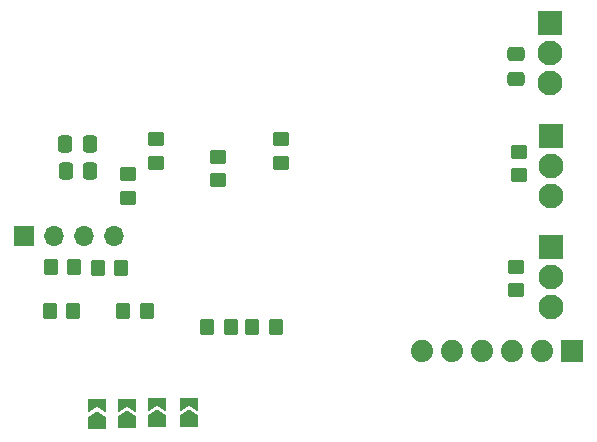
<source format=gbr>
%TF.GenerationSoftware,KiCad,Pcbnew,6.0.11-2627ca5db0~126~ubuntu22.04.1*%
%TF.CreationDate,2023-02-18T04:23:51-05:00*%
%TF.ProjectId,lin-flow-sensor,6c696e2d-666c-46f7-972d-73656e736f72,1.0*%
%TF.SameCoordinates,Original*%
%TF.FileFunction,Soldermask,Bot*%
%TF.FilePolarity,Negative*%
%FSLAX46Y46*%
G04 Gerber Fmt 4.6, Leading zero omitted, Abs format (unit mm)*
G04 Created by KiCad (PCBNEW 6.0.11-2627ca5db0~126~ubuntu22.04.1) date 2023-02-18 04:23:51*
%MOMM*%
%LPD*%
G01*
G04 APERTURE LIST*
G04 Aperture macros list*
%AMRoundRect*
0 Rectangle with rounded corners*
0 $1 Rounding radius*
0 $2 $3 $4 $5 $6 $7 $8 $9 X,Y pos of 4 corners*
0 Add a 4 corners polygon primitive as box body*
4,1,4,$2,$3,$4,$5,$6,$7,$8,$9,$2,$3,0*
0 Add four circle primitives for the rounded corners*
1,1,$1+$1,$2,$3*
1,1,$1+$1,$4,$5*
1,1,$1+$1,$6,$7*
1,1,$1+$1,$8,$9*
0 Add four rect primitives between the rounded corners*
20,1,$1+$1,$2,$3,$4,$5,0*
20,1,$1+$1,$4,$5,$6,$7,0*
20,1,$1+$1,$6,$7,$8,$9,0*
20,1,$1+$1,$8,$9,$2,$3,0*%
%AMFreePoly0*
4,1,6,1.000000,0.000000,0.500000,-0.750000,-0.500000,-0.750000,-0.500000,0.750000,0.500000,0.750000,1.000000,0.000000,1.000000,0.000000,$1*%
%AMFreePoly1*
4,1,6,0.500000,-0.750000,-0.650000,-0.750000,-0.150000,0.000000,-0.650000,0.750000,0.500000,0.750000,0.500000,-0.750000,0.500000,-0.750000,$1*%
G04 Aperture macros list end*
%ADD10RoundRect,0.250000X-0.450000X0.350000X-0.450000X-0.350000X0.450000X-0.350000X0.450000X0.350000X0*%
%ADD11R,2.100000X2.100000*%
%ADD12C,2.100000*%
%ADD13R,1.700000X1.700000*%
%ADD14O,1.700000X1.700000*%
%ADD15R,1.879600X1.879600*%
%ADD16C,1.879600*%
%ADD17RoundRect,0.250000X-0.350000X-0.450000X0.350000X-0.450000X0.350000X0.450000X-0.350000X0.450000X0*%
%ADD18FreePoly0,90.000000*%
%ADD19FreePoly1,90.000000*%
%ADD20RoundRect,0.250000X0.350000X0.450000X-0.350000X0.450000X-0.350000X-0.450000X0.350000X-0.450000X0*%
%ADD21RoundRect,0.250000X0.475000X-0.337500X0.475000X0.337500X-0.475000X0.337500X-0.475000X-0.337500X0*%
%ADD22RoundRect,0.250000X0.450000X-0.350000X0.450000X0.350000X-0.450000X0.350000X-0.450000X-0.350000X0*%
%ADD23RoundRect,0.250000X0.337500X0.475000X-0.337500X0.475000X-0.337500X-0.475000X0.337500X-0.475000X0*%
%ADD24RoundRect,0.250000X-0.337500X-0.475000X0.337500X-0.475000X0.337500X0.475000X-0.337500X0.475000X0*%
G04 APERTURE END LIST*
D10*
%TO.C,R20*%
X221825000Y-84675000D03*
X221825000Y-86675000D03*
%TD*%
%TO.C,R19*%
X222025000Y-74950000D03*
X222025000Y-76950000D03*
%TD*%
D11*
%TO.C,J5*%
X224725000Y-83025000D03*
D12*
X224725000Y-85565000D03*
X224725000Y-88105000D03*
%TD*%
%TO.C,J4*%
X224725000Y-78680000D03*
X224725000Y-76140000D03*
D11*
X224725000Y-73600000D03*
%TD*%
D13*
%TO.C,J2*%
X180150000Y-82100000D03*
D14*
X182690000Y-82100000D03*
X185230000Y-82100000D03*
X187770000Y-82100000D03*
%TD*%
D11*
%TO.C,J3*%
X224700000Y-64000000D03*
D12*
X224700000Y-66540000D03*
X224700000Y-69080000D03*
%TD*%
D15*
%TO.C,J1*%
X226520000Y-91800000D03*
D16*
X223980000Y-91800000D03*
X221440000Y-91800000D03*
X218900000Y-91800000D03*
X216360000Y-91800000D03*
X213820000Y-91800000D03*
%TD*%
D17*
%TO.C,R3*%
X195650000Y-89750000D03*
X197650000Y-89750000D03*
%TD*%
D10*
%TO.C,R18*%
X196550000Y-75350000D03*
X196550000Y-77350000D03*
%TD*%
D18*
%TO.C,JP2*%
X194075000Y-97725000D03*
D19*
X194075000Y-96275000D03*
%TD*%
D17*
%TO.C,R7*%
X182400000Y-84725000D03*
X184400000Y-84725000D03*
%TD*%
D18*
%TO.C,JP5*%
X186350000Y-97875000D03*
D19*
X186350000Y-96425000D03*
%TD*%
D20*
%TO.C,R4*%
X201425000Y-89750000D03*
X199425000Y-89750000D03*
%TD*%
D21*
%TO.C,C2*%
X221775000Y-68750000D03*
X221775000Y-66675000D03*
%TD*%
D10*
%TO.C,R14*%
X201900000Y-73900000D03*
X201900000Y-75900000D03*
%TD*%
D17*
%TO.C,R8*%
X186375000Y-84775000D03*
X188375000Y-84775000D03*
%TD*%
%TO.C,R9*%
X182300000Y-88450000D03*
X184300000Y-88450000D03*
%TD*%
D22*
%TO.C,R12*%
X188950000Y-78825000D03*
X188950000Y-76825000D03*
%TD*%
D10*
%TO.C,R16*%
X191300000Y-73900000D03*
X191300000Y-75900000D03*
%TD*%
D20*
%TO.C,R10*%
X190525000Y-88425000D03*
X188525000Y-88425000D03*
%TD*%
D23*
%TO.C,C7*%
X185750000Y-76575000D03*
X183675000Y-76575000D03*
%TD*%
D24*
%TO.C,C8*%
X183600000Y-74325000D03*
X185675000Y-74325000D03*
%TD*%
D18*
%TO.C,JP4*%
X188825000Y-97825000D03*
D19*
X188825000Y-96375000D03*
%TD*%
D18*
%TO.C,JP3*%
X191425000Y-97775000D03*
D19*
X191425000Y-96325000D03*
%TD*%
M02*

</source>
